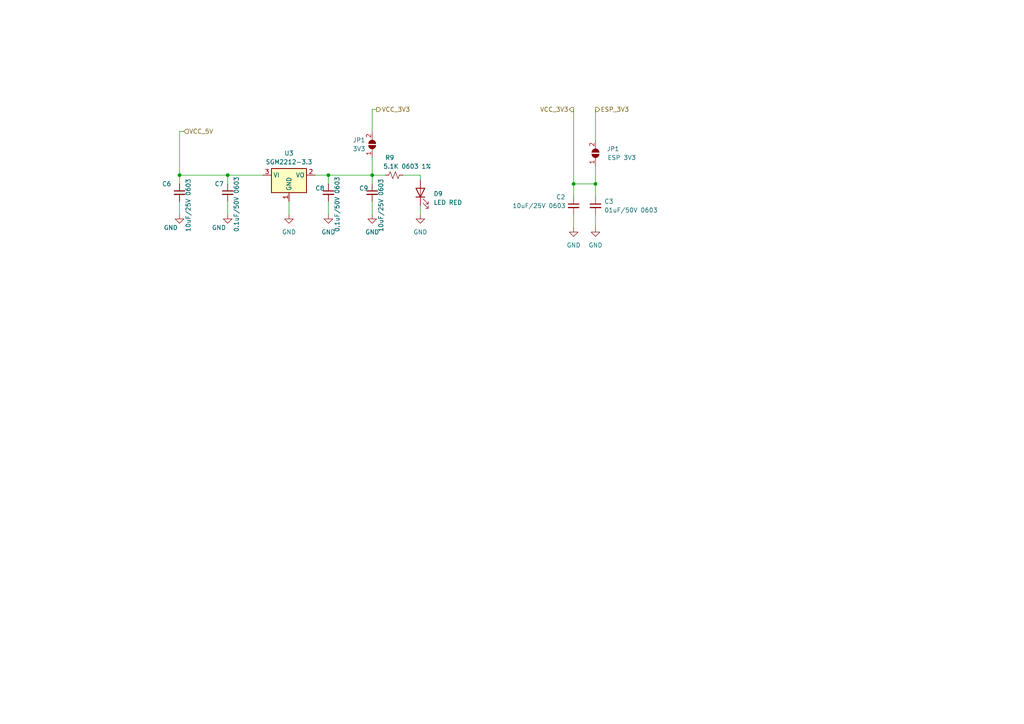
<source format=kicad_sch>
(kicad_sch (version 20230121) (generator eeschema)
  (paper "A4")
  (lib_symbols
    (symbol "Device:C_Small" (pin_numbers hide) (pin_names (offset 0.254) hide)
      (property "Reference" "C" (at 0.254 1.778 0))
      (property "Value" "C_Small" (at 0.254 -2.032 0))
      (symbol "C_Small_0_1"
        (polyline (pts (xy -1.524 -0.508) (xy 1.524 -0.508)) (stroke (width 0.3302)))
        (polyline (pts (xy -1.524 0.508) (xy 1.524 0.508)) (stroke (width 0.3048)))
      )
      (symbol "C_Small_1_1"
        (pin passive line (at 0 2.54 270) (length 2.032) (name "~") (number "1"))
        (pin passive line (at 0 -2.54 90) (length 2.032) (name "~") (number "2"))
      )
    )
    (symbol "Device:LED" (pin_numbers hide) (pin_names (offset 1.016) hide)
      (property "Reference" "D" (at 0 2.54 0))
      (property "Value" "LED" (at 0 -2.54 0))
      (symbol "LED_0_1"
        (polyline (pts (xy -1.27 -1.27) (xy -1.27 1.27)) (stroke (width 0.254)))
        (polyline (pts (xy -1.27 0) (xy 1.27 0)))
        (polyline (pts (xy 1.27 -1.27) (xy 1.27 1.27) (xy -1.27 0) (xy 1.27 -1.27)) (stroke (width 0.254)))
        (polyline (pts (xy -3.048 -0.762) (xy -4.572 -2.286) (xy -3.81 -2.286) (xy -4.572 -2.286) (xy -4.572 -1.524)))
        (polyline (pts (xy -1.778 -0.762) (xy -3.302 -2.286) (xy -2.54 -2.286) (xy -3.302 -2.286) (xy -3.302 -1.524)))
      )
      (symbol "LED_1_1"
        (pin passive line (at -3.81 0 0) (length 2.54) (name "K") (number "1"))
        (pin passive line (at 3.81 0 180) (length 2.54) (name "A") (number "2"))
      )
    )
    (symbol "Device:R_Small_US" (pin_numbers hide) (pin_names (offset 0.254) hide)
      (property "Reference" "R" (at 0.762 0.508 0))
      (property "Value" "R_Small_US" (at 0.762 -1.016 0))
      (symbol "R_Small_US_1_1"
        (polyline (pts (xy 0 0) (xy 1.016 -0.381) (xy 0 -0.762) (xy -1.016 -1.143) (xy 0 -1.524)))
        (polyline (pts (xy 0 1.524) (xy 1.016 1.143) (xy 0 0.762) (xy -1.016 0.381) (xy 0 0)))
        (pin passive line (at 0 2.54 270) (length 1.016) (name "~") (number "1"))
        (pin passive line (at 0 -2.54 90) (length 1.016) (name "~") (number "2"))
      )
    )
    (symbol "Jumper:SolderJumper_2_Open" (pin_names (offset 0) hide)
      (property "Reference" "JP" (at 0 2.032 0))
      (property "Value" "SolderJumper_2_Open" (at 0 -2.54 0))
      (symbol "SolderJumper_2_Open_0_1"
        (arc (start -0.254 1.016) (mid -1.2656 0) (end -0.254 -1.016))
        (arc (start -0.254 1.016) (mid -1.2656 0) (end -0.254 -1.016) (fill (type outline)))
        (polyline (pts (xy -0.254 1.016) (xy -0.254 -1.016)))
        (polyline (pts (xy 0.254 1.016) (xy 0.254 -1.016)))
        (arc (start 0.254 -1.016) (mid 1.2656 0) (end 0.254 1.016))
        (arc (start 0.254 -1.016) (mid 1.2656 0) (end 0.254 1.016) (fill (type outline)))
      )
      (symbol "SolderJumper_2_Open_1_1"
        (pin passive line (at -3.81 0 0) (length 2.54) (name "A") (number "1"))
        (pin passive line (at 3.81 0 180) (length 2.54) (name "B") (number "2"))
      )
    )
    (symbol "Regulator_Linear:AMS1117-3.3"
      (property "Reference" "U" (at -3.81 3.175 0))
      (property "Value" "AMS1117-3.3" (at 0 3.175 0))
      (symbol "AMS1117-3.3_0_1"
        (rectangle (start -5.08 -5.08) (end 5.08 1.905) (stroke (width 0.254)) (fill (type background)))
      )
      (symbol "AMS1117-3.3_1_1"
        (pin power_in line (at 0 -7.62 90) (length 2.54) (name "GND") (number "1"))
        (pin power_out line (at 7.62 0 180) (length 2.54) (name "VO") (number "2"))
        (pin power_in line (at -7.62 0 0) (length 2.54) (name "VI") (number "3"))
      )
    )
    (symbol "power:GND" (power) (pin_names (offset 0))
      (property "Value" "GND" (at 0 -3.81 0))
      (symbol "GND_0_1"
        (polyline (pts (xy 0 0) (xy 0 -1.27) (xy 1.27 -1.27) (xy 0 -2.54) (xy -1.27 -1.27) (xy 0 -1.27)))
      )
      (symbol "GND_1_1"
        (pin power_in line (at 0 0 270) (length 0) hide (name "GND") (number "1"))
      )
    )
  )
  (junction (at 172.72 53.34))
  (junction (at 107.95 50.8))
  (junction (at 95.25 50.8))
  (junction (at 52.07 50.8))
  (junction (at 166.37 53.34))
  (junction (at 66.04 50.8))
  (wire (pts (xy 66.04 50.8) (xy 66.04 53.34)))
  (wire (pts (xy 107.95 31.75) (xy 107.95 38.1)))
  (wire (pts (xy 107.95 50.8) (xy 111.76 50.8)))
  (wire (pts (xy 52.07 53.34) (xy 52.07 50.8)))
  (wire (pts (xy 166.37 62.23) (xy 166.37 66.04)))
  (wire (pts (xy 95.25 58.42) (xy 95.25 62.23)))
  (wire (pts (xy 172.72 66.04) (xy 172.72 62.23)))
  (wire (pts (xy 95.25 50.8) (xy 107.95 50.8)))
  (wire (pts (xy 121.92 59.69) (xy 121.92 62.23)))
  (wire (pts (xy 53.34 38.1) (xy 52.07 38.1)))
  (wire (pts (xy 107.95 31.75) (xy 109.22 31.75)))
  (wire (pts (xy 107.95 50.8) (xy 107.95 53.34)))
  (wire (pts (xy 172.72 31.75) (xy 172.72 40.64)))
  (wire (pts (xy 107.95 45.72) (xy 107.95 50.8)))
  (wire (pts (xy 166.37 53.34) (xy 172.72 53.34)))
  (wire (pts (xy 121.92 50.8) (xy 121.92 52.07)))
  (wire (pts (xy 172.72 53.34) (xy 172.72 57.15)))
  (wire (pts (xy 52.07 38.1) (xy 52.07 50.8)))
  (wire (pts (xy 52.07 58.42) (xy 52.07 62.23)))
  (wire (pts (xy 91.44 50.8) (xy 95.25 50.8)))
  (wire (pts (xy 166.37 31.75) (xy 166.37 53.34)))
  (wire (pts (xy 107.95 58.42) (xy 107.95 62.23)))
  (wire (pts (xy 66.04 50.8) (xy 76.2 50.8)))
  (wire (pts (xy 166.37 53.34) (xy 166.37 57.15)))
  (wire (pts (xy 172.72 48.26) (xy 172.72 53.34)))
  (wire (pts (xy 116.84 50.8) (xy 121.92 50.8)))
  (wire (pts (xy 95.25 50.8) (xy 95.25 53.34)))
  (wire (pts (xy 66.04 58.42) (xy 66.04 62.23)))
  (wire (pts (xy 52.07 50.8) (xy 66.04 50.8)))
  (wire (pts (xy 83.82 58.42) (xy 83.82 62.23)))
  (hierarchical_label "VCC_3V3" (shape output) (at 166.37 31.75 180))
  (hierarchical_label "VCC_5V" (shape input) (at 53.34 38.1 0))
  (hierarchical_label "ESP_3V3" (shape output) (at 172.72 31.75 0))
  (hierarchical_label "VCC_3V3" (shape output) (at 109.22 31.75 0))
  (symbol (lib_id "Jumper:SolderJumper_2_Open") (at 107.95 41.91 90) (unit 1)
    (property "Reference" "JP1" (at 104.14 40.64 90))
    (property "Value" "3V3" (at 104.14 43.18 90))
    (property "Footprint" "Jumper:SolderJumper-2_P1.3mm_Open_RoundedPad1.0x1.5mm" (effects hide))
    (instances (project "esp32_s3_devkitc" (path "" (reference "JP1") (unit 1)) (path "" (reference "JP3") (unit 1)) (path "" (reference "JP6") (unit 1))))
  )
  (symbol (lib_id "Device:R_Small_US") (at 114.3 50.8 90) (unit 1)
    (property "Reference" "R9" (at 113.03 45.72 90))
    (property "Value" "5.1K 0603 1%" (at 118.11 48.26 90))
    (property "Footprint" "Resistor_SMD:R_0603_1608Metric" (effects hide))
  )
  (symbol (lib_id "power:GND") (at 66.04 62.23 0) (unit 1)
    (property "Reference" "#PWR021" (effects hide))
    (property "Value" "GND" (at 63.5 66.04 0))
  )
  (symbol (lib_id "power:GND") (at 166.37 66.04 0) (unit 1)
    (property "Reference" "#PWR02" (effects hide))
    (property "Value" "GND" (at 166.37 71.12 0))
    (instances (project "esp32_s3_devkitc" (path "" (reference "#PWR02") (unit 1)) (path "" (reference "#PWR026") (unit 1))))
  )
  (symbol (lib_id "Device:C_Small") (at 172.72 59.69 0) (unit 1)
    (property "Reference" "C3" (at 175.26 58.4263 0) (effects (justify left)))
    (property "Value" "01uF/50V 0603" (at 175.26 60.9663 0) (effects (justify left)))
    (property "Footprint" "Capacitor_SMD:C_0603_1608Metric" (effects hide))
    (instances (project "esp32_s3_devkitc" (path "" (reference "C3") (unit 1)) (path "" (reference "C11") (unit 1))))
  )
  (symbol (lib_id "Device:C_Small") (at 95.25 55.88 0) (unit 1)
    (property "Reference" "C8" (at 91.44 54.61 0) (effects (justify left)))
    (property "Value" "0.1uF/50V 0603" (at 97.79 67.31 90) (effects (justify left)))
    (property "Footprint" "Capacitor_SMD:C_0603_1608Metric" (effects hide))
  )
  (symbol (lib_id "Regulator_Linear:AMS1117-3.3") (at 83.82 50.8 0) (unit 1)
    (property "Reference" "U3" (at 83.82 44.45 0))
    (property "Value" "SGM2212-3.3" (at 83.82 46.99 0))
    (property "Footprint" "Package_TO_SOT_SMD:SOT-223" (effects hide))
  )
  (symbol (lib_id "power:GND") (at 95.25 62.23 0) (unit 1)
    (property "Reference" "#PWR023" (effects hide))
    (property "Value" "GND" (at 95.25 67.31 0))
  )
  (symbol (lib_id "Jumper:SolderJumper_2_Open") (at 172.72 44.45 90) (unit 1)
    (property "Reference" "JP1" (at 177.8 43.18 90))
    (property "Value" "ESP 3V3" (at 180.34 45.72 90))
    (property "Footprint" "Jumper:SolderJumper-2_P1.3mm_Open_RoundedPad1.0x1.5mm" (effects hide))
    (instances (project "esp32_s3_devkitc" (path "" (reference "JP1") (unit 1)) (path "" (reference "JP3") (unit 1)) (path "" (reference "JP7") (unit 1))))
  )
  (symbol (lib_id "Device:C_Small") (at 166.37 59.69 0) (unit 1)
    (property "Reference" "C2" (at 161.29 57.15 0) (effects (justify left)))
    (property "Value" "10uF/25V 0603" (at 148.59 59.69 0) (effects (justify left)))
    (property "Footprint" "Capacitor_SMD:C_0603_1608Metric" (effects hide))
    (instances (project "esp32_s3_devkitc" (path "" (reference "C2") (unit 1)) (path "" (reference "C10") (unit 1))))
  )
  (symbol (lib_id "power:GND") (at 172.72 66.04 0) (unit 1)
    (property "Reference" "#PWR03" (effects hide))
    (property "Value" "GND" (at 172.72 71.12 0))
    (instances (project "esp32_s3_devkitc" (path "" (reference "#PWR03") (unit 1)) (path "" (reference "#PWR027") (unit 1))))
  )
  (symbol (lib_id "power:GND") (at 83.82 62.23 0) (unit 1)
    (property "Reference" "#PWR022" (effects hide))
    (property "Value" "GND" (at 83.82 67.31 0))
  )
  (symbol (lib_id "Device:C_Small") (at 107.95 55.88 0) (unit 1)
    (property "Reference" "C9" (at 104.14 54.61 0) (effects (justify left)))
    (property "Value" "10uF/25V 0603" (at 110.49 67.31 90) (effects (justify left)))
    (property "Footprint" "Capacitor_SMD:C_0603_1608Metric" (effects hide))
  )
  (symbol (lib_id "Device:C_Small") (at 66.04 55.88 0) (unit 1)
    (property "Reference" "C7" (at 62.23 53.34 0) (effects (justify left)))
    (property "Value" "0.1uF/50V 0603" (at 68.58 67.31 90) (effects (justify left)))
    (property "Footprint" "Capacitor_SMD:C_0603_1608Metric" (effects hide))
  )
  (symbol (lib_id "power:GND") (at 52.07 62.23 0) (unit 1)
    (property "Reference" "#PWR020" (effects hide))
    (property "Value" "GND" (at 49.53 66.04 0))
  )
  (symbol (lib_id "power:GND") (at 121.92 62.23 0) (unit 1)
    (property "Reference" "#PWR025" (effects hide))
    (property "Value" "GND" (at 121.92 67.31 0))
  )
  (symbol (lib_id "Device:LED") (at 121.92 55.88 90) (unit 1)
    (property "Reference" "D9" (at 125.73 56.1975 90) (effects (justify right)))
    (property "Value" "LED RED" (at 125.73 58.7375 90) (effects (justify right)))
    (property "Footprint" "LED_SMD:LED_0603_1608Metric" (effects hide))
  )
  (symbol (lib_id "Device:C_Small") (at 52.07 55.88 0) (unit 1)
    (property "Reference" "C6" (at 46.99 53.34 0) (effects (justify left)))
    (property "Value" "10uF/25V 0603" (at 54.61 67.31 90) (effects (justify left)))
    (property "Footprint" "Capacitor_SMD:C_0603_1608Metric" (effects hide))
  )
  (symbol (lib_id "power:GND") (at 107.95 62.23 0) (unit 1)
    (property "Reference" "#PWR024" (effects hide))
    (property "Value" "GND" (at 107.95 67.31 0))
  )
)
</source>
